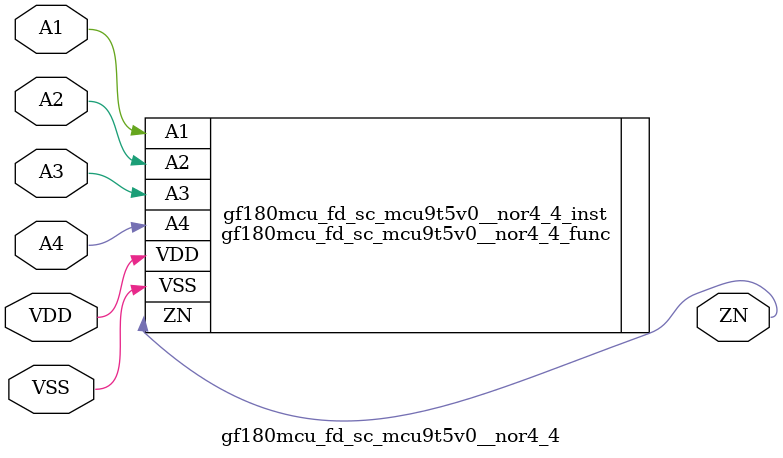
<source format=v>

module gf180mcu_fd_sc_mcu9t5v0__nor4_4( A3, ZN, A4, A2, A1, VDD, VSS );
input A1, A2, A3, A4;
inout VDD, VSS;
output ZN;

   `ifdef FUNCTIONAL  //  functional //

	gf180mcu_fd_sc_mcu9t5v0__nor4_4_func gf180mcu_fd_sc_mcu9t5v0__nor4_4_behav_inst(.A3(A3),.ZN(ZN),.A4(A4),.A2(A2),.A1(A1),.VDD(VDD),.VSS(VSS));

   `else

	gf180mcu_fd_sc_mcu9t5v0__nor4_4_func gf180mcu_fd_sc_mcu9t5v0__nor4_4_inst(.A3(A3),.ZN(ZN),.A4(A4),.A2(A2),.A1(A1),.VDD(VDD),.VSS(VSS));

	// spec_gates_begin


	// spec_gates_end



   specify

	// specify_block_begin

	// comb arc A1 --> ZN
	 (A1 => ZN) = (1.0,1.0);

	// comb arc A2 --> ZN
	 (A2 => ZN) = (1.0,1.0);

	// comb arc A3 --> ZN
	 (A3 => ZN) = (1.0,1.0);

	// comb arc A4 --> ZN
	 (A4 => ZN) = (1.0,1.0);

	// specify_block_end

   endspecify

   `endif

endmodule

</source>
